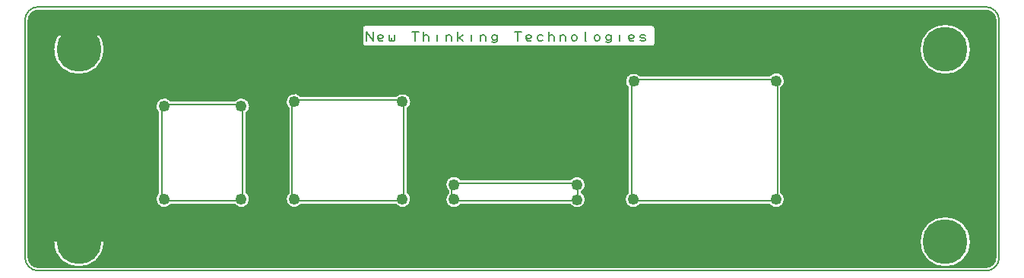
<source format=gbr>
%FSLAX36Y36*%
%MOMM*%
G04 EasyPC Gerber Version 18.0.8 Build 3632 *
%ADD11C,0.12700*%
%ADD12C,0.20000*%
%ADD84C,1.25000*%
%ADD15C,5.00000*%
X0Y0D02*
D02*
D11*
X22287500Y64530500D02*
G75*
G03X21168500Y63411500J-1119000D01*
G01*
Y36911500*
G75*
G03X22287500Y35792500I1119000*
G01*
X127787500*
G75*
G03X128906500Y36911500J1119000*
G01*
Y63411500*
G75*
G03X127787500Y64530500I-1119000*
G01*
X22287500*
X23970000Y38661500D02*
G75*
G02X29605000I2817500D01*
G01*
G75*
G02X23970000I-2817500*
G01*
Y60161500D02*
G75*
G02X29605000I2817500D01*
G01*
G75*
G02X23970000I-2817500*
G01*
X35656500Y44111600D02*
Y53111400D01*
G75*
G02X35345000Y53811500I631000J700100*
G01*
G75*
G02X37029600Y54392500I942500*
G01*
X44145400*
G75*
G02X45830000Y53811500I742100J-581000*
G01*
G75*
G02X45418500Y53032800I-942500*
G01*
Y44190200*
G75*
G02X45830000Y43411500I-531000J-778700*
G01*
G75*
G02X44145400Y42830500I-942500*
G01*
X37029600*
G75*
G02X35345000Y43411500I-742100J581000*
G01*
G75*
G02X35656500Y44111600I942500*
G01*
X50156500D02*
Y53611400D01*
G75*
G02X49845000Y54311500I631000J700100*
G01*
G75*
G02X51529600Y54892500I942500*
G01*
X62095400*
G75*
G02X63780000Y54311500I742100J-581000*
G01*
G75*
G02X63368500Y53532800I-942500*
G01*
Y44190200*
G75*
G02X63780000Y43411500I-531000J-778700*
G01*
G75*
G02X62095400Y42830500I-942500*
G01*
X51529600*
G75*
G02X49845000Y43411500I-742100J581000*
G01*
G75*
G02X50156500Y44111600I942500*
G01*
X58687500Y60494000D02*
G75*
G02X58370000Y60811500J317500D01*
G01*
Y62535500*
G75*
G02X58687500Y62853000I317500*
G01*
X90637500*
G75*
G02X90955000Y62535500J-317500*
G01*
Y60811500*
G75*
G02X90637500Y60494000I-317500*
G01*
X58687500*
X67956500Y44085200D02*
Y44350300D01*
G75*
G02X67632500Y45061500I618500J711200*
G01*
G75*
G02X69353700Y45592500I942500*
G01*
X81523300*
G75*
G02X83217500Y45024000I751700J-568500*
G01*
G75*
G02X82768500Y44221000I-942500*
G01*
Y44164500*
G75*
G02X83217500Y43361500I-493500J-803000*
G01*
G75*
G02X81496300Y42830500I-942500*
G01*
X69345000*
G75*
G02X67632500Y43374000I-770000J543500*
G01*
G75*
G02X67956500Y44085200I942500*
G01*
X87956500Y44106200D02*
Y55886400D01*
G75*
G02X87645000Y56586500I631000J700100*
G01*
G75*
G02X89309400Y57192500I942500*
G01*
X103701500*
G75*
G02X105405000Y56636500I761000J-556000*
G01*
G75*
G02X104968500Y55841300I-942500*
G01*
Y44161100*
G75*
G02X105392500Y43374000I-518600J-787100*
G01*
G75*
G02X103680000Y42830500I-942500*
G01*
X89320000*
G75*
G02X87607500Y43374000I-770000J543500*
G01*
G75*
G02X87956500Y44106200I942500*
G01*
X120470000Y38661500D02*
G75*
G02X126105000I2817500D01*
G01*
G75*
G02X120470000I-2817500*
G01*
Y60161500D02*
G75*
G02X126105000I2817500D01*
G01*
G75*
G02X120470000I-2817500*
G01*
X21168500Y38661500D02*
G36*
Y36911500D01*
G75*
G03X22287500Y35792500I1119000*
G01*
X127787500*
G75*
G03X128906500Y36911500J1119000*
G01*
Y38661500*
X126105000*
G75*
G02X120470000I-2817500*
G01*
X29605000*
G75*
G02X23970000I-2817500*
G01*
X21168500*
G37*
X23970000D02*
G36*
G75*
G02X29605000I2817500D01*
G01*
X120470000*
G75*
G02X126105000I2817500*
G01*
X128906500*
Y44211500*
X104968500*
Y44161100*
G75*
G02X105392500Y43374000I-518600J-787100*
G01*
G75*
G02X103680000Y42830500I-942500*
G01*
X89320000*
G75*
G02X87607500Y43374000I-770000J543500*
G01*
G75*
G02X87956500Y44106200I942500*
G01*
Y44211500*
X82768500*
Y44164500*
G75*
G02X83217500Y43361500I-493500J-803000*
G01*
G75*
G02X81496300Y42830500I-942500*
G01*
X69345000*
G75*
G02X67632500Y43374000I-770000J543500*
G01*
G75*
G02X67956500Y44085200I942500*
G01*
Y44211500*
X63368500*
Y44190200*
G75*
G02X63780000Y43411500I-531000J-778700*
G01*
G75*
G02X62095400Y42830500I-942500*
G01*
X51529600*
G75*
G02X49845000Y43411500I-742100J581000*
G01*
G75*
G02X50156500Y44111600I942500*
G01*
Y44211500*
X45418500*
Y44190200*
G75*
G02X45830000Y43411500I-531000J-778700*
G01*
G75*
G02X44145400Y42830500I-942500*
G01*
X37029600*
G75*
G02X35345000Y43411500I-742100J581000*
G01*
G75*
G02X35656500Y44111600I942500*
G01*
Y44211500*
X21168500*
Y38661500*
X23970000*
G37*
X21168500Y60161500D02*
G36*
Y48611500D01*
X35656500*
Y53111400*
G75*
G02X35345000Y53811500I631000J700100*
G01*
G75*
G02X37029600Y54392500I942500*
G01*
X44145400*
G75*
G02X45830000Y53811500I742100J-581000*
G01*
G75*
G02X45418500Y53032800I-942500*
G01*
Y48611500*
X50156500*
Y53611400*
G75*
G02X49845000Y54311500I631000J700100*
G01*
G75*
G02X51529600Y54892500I942500*
G01*
X62095400*
G75*
G02X63780000Y54311500I742100J-581000*
G01*
G75*
G02X63368500Y53532800I-942500*
G01*
Y48611500*
X87956500*
Y55886400*
G75*
G02X87645000Y56586500I631000J700100*
G01*
G75*
G02X89309400Y57192500I942500*
G01*
X103701500*
G75*
G02X105405000Y56636500I761000J-556000*
G01*
G75*
G02X104968500Y55841300I-942500*
G01*
Y48611500*
X128906500*
Y60161500*
X126105000*
G75*
G02X120470000I-2817500*
G01*
X29605000*
G75*
G02X23970000I-2817500*
G01*
X21168500*
G37*
X23970000D02*
G36*
G75*
G02X24410100Y61673500I2817500D01*
G01*
X21168500*
Y60161500*
X23970000*
G37*
X120470000D02*
G36*
G75*
G02X120910100Y61673500I2817500D01*
G01*
X90955000*
Y60811500*
G75*
G02X90637500Y60494000I-317500*
G01*
X58687500*
G75*
G02X58370000Y60811500J317500*
G01*
Y61673500*
X29164900*
G75*
G02X29605000Y60161500I-2377500J-1512100*
G01*
X120470000*
G37*
X128906500D02*
G36*
Y61673500D01*
X125664900*
G75*
G02X126105000Y60161500I-2377500J-1512100*
G01*
X128906500*
G37*
X21168500Y48611500D02*
G36*
Y44211500D01*
X35656500*
Y48611500*
X21168500*
G37*
X45418500D02*
G36*
Y44211500D01*
X50156500*
Y48611500*
X45418500*
G37*
X63368500D02*
G36*
Y44211500D01*
X67956500*
Y44350300*
G75*
G02X67632500Y45061500I618500J711200*
G01*
G75*
G02X69353700Y45592500I942500*
G01*
X81523300*
G75*
G02X83217500Y45024000I751700J-568500*
G01*
G75*
G02X82768500Y44221000I-942500*
G01*
Y44211500*
X87956500*
Y48611500*
X63368500*
G37*
X104968500D02*
G36*
Y44211500D01*
X128906500*
Y48611500*
X104968500*
G37*
X24410100Y61673500D02*
G36*
G75*
G02X29164900I2377400J-1512000D01*
G01*
X58370000*
Y62535500*
G75*
G02X58687500Y62853000I317500*
G01*
X90637500*
G75*
G02X90955000Y62535500J-317500*
G01*
Y61673500*
X120910100*
G75*
G02X125664900I2377400J-1512000*
G01*
X128906500*
Y63411500*
G75*
G03X127787500Y64530500I-1119000*
G01*
X22287500*
G75*
G03X21168500Y63411500J-1119000*
G01*
Y61673500*
X24410100*
G37*
X22287500Y64911500D02*
G75*
G03X20787500Y63411500J-1500000D01*
G01*
Y36911500*
G75*
G03X22287500Y35411500I1500000*
G01*
X127787500*
G75*
G03X129287500Y36911500J1500000*
G01*
Y63411500*
G75*
G03X127787500Y64911500I-1500000*
G01*
X22287500*
X36537500Y54011500D02*
G75*
G03X36037500Y53511500J-500000D01*
G01*
Y43611500*
G75*
G03X36437500Y43211500I400000*
G01*
X44637500*
G75*
G03X45037500Y43611500J400000*
G01*
Y53511500*
G75*
G03X44537500Y54011500I-500000*
G01*
X36537500*
X51037500Y54511500D02*
G75*
G03X50537500Y54011500J-500000D01*
G01*
Y43711500*
G75*
G03X51037500Y43211500I500000*
G01*
X62487500*
G75*
G03X62987500Y43711500J500000*
G01*
Y54011500*
G75*
G03X62487500Y54511500I-500000*
G01*
X51037500*
X68837500Y45211500D02*
G75*
G03X68337500Y44711500J-500000D01*
G01*
Y43711500*
G75*
G03X68837500Y43211500I500000*
G01*
X81887500*
G75*
G03X82387500Y43711500J500000*
G01*
Y44711500*
G75*
G03X81887500Y45211500I-500000*
G01*
X68837500*
X88837500Y56811500D02*
G75*
G03X88337500Y56311500J-500000D01*
G01*
Y43711500*
G75*
G03X88837500Y43211500I500000*
G01*
X104087500*
G75*
G03X104587500Y43711500J500000*
G01*
Y56311500*
G75*
G03X104087500Y56811500I-500000*
G01*
X88837500*
D02*
D12*
X58787500Y61149600D02*
Y62102100D01*
X59581300Y61149600*
Y62102100*
X60692500Y61229000D02*
X60613100Y61149600D01*
X60454400*
X60295600*
X60136900Y61229000*
X60057500Y61387800*
Y61625900*
X60136900Y61705300*
X60295600Y61784600*
X60454400*
X60613100Y61705300*
X60692500Y61625900*
Y61546500*
X60613100Y61467100*
X60454400Y61387800*
X60295600*
X60136900Y61467100*
X60057500Y61546500*
X61327500Y61784600D02*
Y61229000D01*
X61406900Y61149600*
X61565600*
X61645000Y61229000*
Y61467100*
Y61229000D02*
X61724400Y61149600D01*
X61883100*
X61962500Y61229000*
Y61784600*
X64264400Y61149600D02*
Y62102100D01*
X63867500D02*
X64661300D01*
X65137500Y61149600D02*
Y62102100D01*
Y61546500D02*
X65216900Y61705300D01*
X65375600Y61784600*
X65534400*
X65693100Y61705300*
X65772500Y61546500*
Y61149600*
X66725000D02*
Y61784600D01*
Y62022800D02*
X67677500Y61149600*
Y61784600D01*
Y61546500D02*
X67756900Y61705300D01*
X67915600Y61784600*
X68074400*
X68233100Y61705300*
X68312500Y61546500*
Y61149600*
X68947500D02*
Y62102100D01*
Y61467100D02*
X69185600D01*
X69582500Y61784600*
X69185600Y61467100D02*
X69582500Y61149600D01*
X70535000D02*
Y61784600D01*
Y62022800D02*
X71487500Y61149600*
Y61784600D01*
Y61546500D02*
X71566900Y61705300D01*
X71725600Y61784600*
X71884400*
X72043100Y61705300*
X72122500Y61546500*
Y61149600*
X73392500Y61546500D02*
X73313100Y61705300D01*
X73154400Y61784600*
X72995600*
X72836900Y61705300*
X72757500Y61546500*
Y61467100*
X72836900Y61308400*
X72995600Y61229000*
X73154400*
X73313100Y61308400*
X73392500Y61467100*
Y61784600D02*
Y61149600D01*
X73313100Y60990900*
X73154400Y60911500*
X72916300*
X72757500Y60990900*
X75694400Y61149600D02*
Y62102100D01*
X75297500D02*
X76091300D01*
X77202500Y61229000D02*
X77123100Y61149600D01*
X76964400*
X76805600*
X76646900Y61229000*
X76567500Y61387800*
Y61625900*
X76646900Y61705300*
X76805600Y61784600*
X76964400*
X77123100Y61705300*
X77202500Y61625900*
Y61546500*
X77123100Y61467100*
X76964400Y61387800*
X76805600*
X76646900Y61467100*
X76567500Y61546500*
X78472500Y61705300D02*
X78313800Y61784600D01*
X78075600*
X77916900Y61705300*
X77837500Y61546500*
Y61387800*
X77916900Y61229000*
X78075600Y61149600*
X78313800*
X78472500Y61229000*
X79107500Y61149600D02*
Y62102100D01*
Y61546500D02*
X79186900Y61705300D01*
X79345600Y61784600*
X79504400*
X79663100Y61705300*
X79742500Y61546500*
Y61149600*
X80377500D02*
Y61784600D01*
Y61546500D02*
X80456900Y61705300D01*
X80615600Y61784600*
X80774400*
X80933100Y61705300*
X81012500Y61546500*
Y61149600*
X81647500Y61387800D02*
X81726900Y61229000D01*
X81885600Y61149600*
X82044400*
X82203100Y61229000*
X82282500Y61387800*
Y61546500*
X82203100Y61705300*
X82044400Y61784600*
X81885600*
X81726900Y61705300*
X81647500Y61546500*
Y61387800*
X83314400Y61149600D02*
X83235000D01*
Y62102100*
X84187500Y61387800D02*
X84266900Y61229000D01*
X84425600Y61149600*
X84584400*
X84743100Y61229000*
X84822500Y61387800*
Y61546500*
X84743100Y61705300*
X84584400Y61784600*
X84425600*
X84266900Y61705300*
X84187500Y61546500*
Y61387800*
X86092500Y61546500D02*
X86013100Y61705300D01*
X85854400Y61784600*
X85695600*
X85536900Y61705300*
X85457500Y61546500*
Y61467100*
X85536900Y61308400*
X85695600Y61229000*
X85854400*
X86013100Y61308400*
X86092500Y61467100*
Y61784600D02*
Y61149600D01*
X86013100Y60990900*
X85854400Y60911500*
X85616300*
X85457500Y60990900*
X87045000Y61149600D02*
Y61784600D01*
Y62022800D02*
X88632500Y61229000*
X88553100Y61149600D01*
X88394400*
X88235600*
X88076900Y61229000*
X87997500Y61387800*
Y61625900*
X88076900Y61705300*
X88235600Y61784600*
X88394400*
X88553100Y61705300*
X88632500Y61625900*
Y61546500*
X88553100Y61467100*
X88394400Y61387800*
X88235600*
X88076900Y61467100*
X87997500Y61546500*
X89267500Y61229000D02*
X89426300Y61149600D01*
X89743800*
X89902500Y61229000*
Y61387800*
X89743800Y61467100*
X89426300*
X89267500Y61546500*
Y61705300*
X89426300Y61784600*
X89743800*
X89902500Y61705300*
D02*
D15*
X26787500Y38661500D03*
Y60161500D03*
X123287500Y38661500D03*
Y60161500D03*
D02*
D84*
X36287500Y43411500D03*
Y53811500D03*
X44887500Y43411500D03*
Y53811500D03*
X50787500Y43411500D03*
Y54311500D03*
X62837500Y43411500D03*
Y54311500D03*
X68575000Y43374000D03*
Y45061500D03*
X82275000Y43361500D03*
Y45024000D03*
X88550000Y43374000D03*
X88587500Y56586500D03*
X104450000Y43374000D03*
X104462500Y56636500D03*
X0Y0D02*
M02*

</source>
